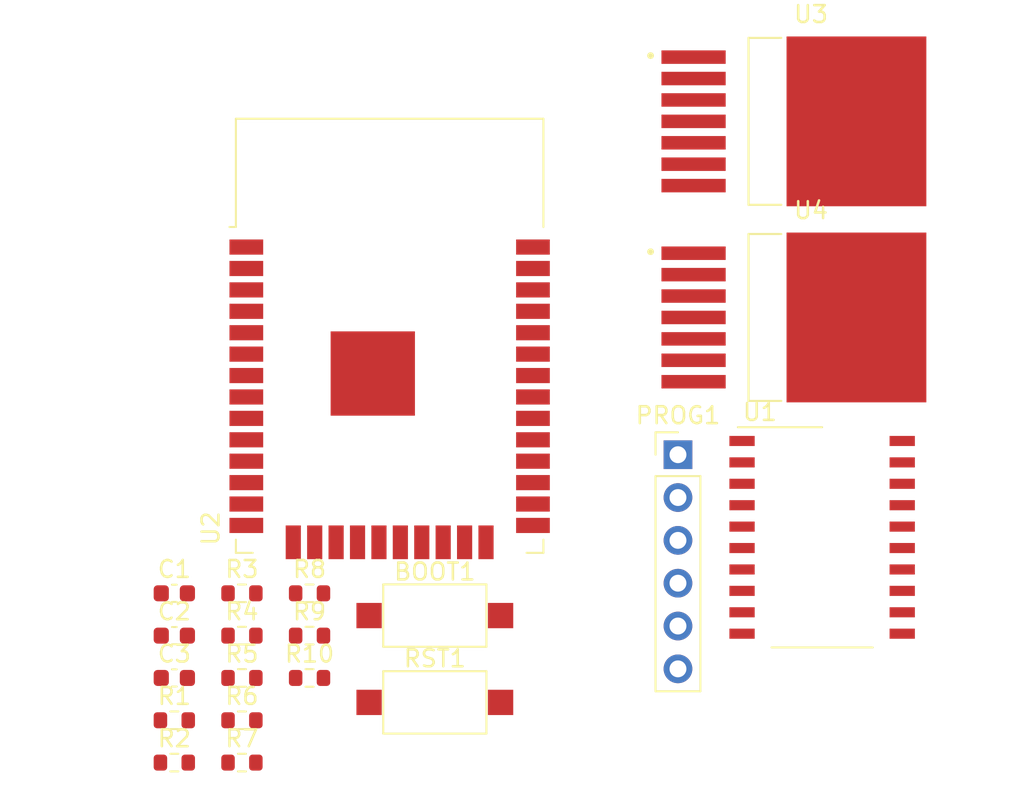
<source format=kicad_pcb>
(kicad_pcb (version 20221018) (generator pcbnew)
  (layers (0 "F.Cu" signal) (31 "B.Cu" signal) (34 "B.Paste" user) (35 "F.Paste" user) (36 "B.SilkS" user "B.Silkscreen") (37 "F.SilkS" user "F.Silkscreen") (38 "B.Mask" user) (39 "F.Mask" user) (44 "Edge.Cuts" user))
  (net 0 "")
  (net 1 "/GPIO0{slash}XTAL1{slash}CLKIN")
  (net 2 "GND")
  (net 3 "+3V3")
  (net 4 "/ESP_EN")
  (net 5 "/GPIO3{slash}U0RXD")
  (net 6 "/GPIO1{slash}U0TXD")
  (net 7 "/MOTOR_R_SR")
  (net 8 "/GPIO00{slash}MOTOR_R_IS")
  (net 9 "/GPIO00{slash}MOTOR_L_IS")
  (net 10 "/GPIO32{slash}MOTOR_R_PWM")
  (net 11 "/GPIO26{slash}MOTOR_R_EN")
  (net 12 "/GPIO33{slash}MOTOR_L_PWM")
  (net 13 "/GPIO27{slash}MOTOR_L_EN")
  (net 14 "/MOTOR_L_PWM")
  (net 15 "/MOTOR_L_EN")
  (net 16 "/MOTOR_R_EN")
  (net 17 "/MOTOR_R_PWM")
  (net 18 "/GPI36{slash}BUT2")
  (net 19 "/GPI39{slash}BUT1")
  (net 21 "/GPI35{slash}EMG1")
  (net 32 "/GPIO2{slash}HS2_DATA0")
  (net 33 "/GPIO4{slash}U1TXD")
  (net 37 "/GPIO18{slash}PROXM_02")
  (net 38 "/GPIO19{slash}PROXM_01")
  (net 40 "/GPIO21{slash}I2C_SDA")
  (net 41 "/GPIO22{slash}I2C_SCL")
  (net 42 "/MOTOR_R")
  (net 43 "+12V")
  (net 44 "/MOTOR_L")
  (footprint "shubot_lib:DPAK127P1490X440-8N" (layer "F.Cu") (at 82.575 96.245)
    (fp_text reference "U4" (at 1.016 -6.35) (layer "F.SilkS"))
    (fp_text value "BTS7960B")
    (fp_line (start -2.69 -4.95) (end -2.69 4.95) (stroke (width 0.127)) (layer "F.SilkS"))
    (fp_line (start -2.69 4.95) (end -0.749 4.95) (stroke (width 0.127)) (layer "F.SilkS"))
    (fp_line (start -0.749 -4.95) (end -2.69 -4.95) (stroke (width 0.127)) (layer "F.SilkS"))
    (fp_circle (center -8.5 -3.9) (end -8.4 -3.9) (stroke (width 0.2)) (fill none) (layer "F.SilkS"))
    (pad "1" smd rect (at -5.95 -3.81) (size 3.81 0.8) (layers "F.Cu" "F.Paste" "F.Mask") (net 2 "GND"))
    (pad "2" smd rect (at -5.95 -2.54) (size 3.81 0.8) (layers "F.Cu" "F.Paste" "F.Mask") (net 15 "/MOTOR_L_EN"))
    (pad "3" smd rect (at -5.95 -1.27) (size 3.81 0.8) (layers "F.Cu" "F.Paste" "F.Mask") (net 14 "/MOTOR_L_PWM"))
    (pad "4" smd rect (at -5.95 0) (size 3.81 0.8) (layers "F.Cu" "F.Paste" "F.Mask") (net 44 "/MOTOR_L"))
    (pad "5" smd rect (at -5.95 1.27) (size 3.81 0.8) (layers "F.Cu" "F.Paste" "F.Mask") (net 9 "/GPIO00{slash}MOTOR_L_IS"))
    (pad "6" smd rect (at -5.95 2.54) (size 3.81 0.8) (layers "F.Cu" "F.Paste" "F.Mask") (net 9 "/GPIO00{slash}MOTOR_L_IS"))
    (pad "7" smd rect (at -5.95 3.81) (size 3.81 0.8) (layers "F.Cu" "F.Paste" "F.Mask") (net 43 "+12V"))
    (pad "8" smd rect (at 3.71 0 270) (size 10.07 8.29) (layers "F.Cu" "F.Mask") (net 44 "/MOTOR_L"))
  )
  (footprint "RF_Module:ESP32-WROOM-32" (layer "F.Cu") (at 58.6 100.325)
    (fp_text reference "U2" (at -10.61 8.43 90) (layer "F.SilkS"))
    (fp_text value "ESP-WROOM-32")
    (fp_line (start -9.12 -15.865) (end -9.12 -9.445) (stroke (width 0.12)) (layer "F.SilkS"))
    (fp_line (start -9.12 -15.865) (end 9.12 -15.865) (stroke (width 0.12)) (layer "F.SilkS"))
    (fp_line (start -9.12 -9.445) (end -9.5 -9.445) (stroke (width 0.12)) (layer "F.SilkS"))
    (fp_line (start -9.12 9.1) (end -9.12 9.88) (stroke (width 0.12)) (layer "F.SilkS"))
    (fp_line (start -9.12 9.88) (end -8.12 9.88) (stroke (width 0.12)) (layer "F.SilkS"))
    (fp_line (start 9.12 -15.865) (end 9.12 -9.445) (stroke (width 0.12)) (layer "F.SilkS"))
    (fp_line (start 9.12 9.1) (end 9.12 9.88) (stroke (width 0.12)) (layer "F.SilkS"))
    (fp_line (start 9.12 9.88) (end 8.12 9.88) (stroke (width 0.12)) (layer "F.SilkS"))
    (pad "1" smd rect (at -8.5 -8.255) (size 2 0.9) (layers "F.Cu" "F.Paste" "F.Mask") (net 2 "GND"))
    (pad "2" smd rect (at -8.5 -6.985) (size 2 0.9) (layers "F.Cu" "F.Paste" "F.Mask") (net 3 "+3V3"))
    (pad "3" smd rect (at -8.5 -5.715) (size 2 0.9) (layers "F.Cu" "F.Paste" "F.Mask") (net 4 "/ESP_EN"))
    (pad "4" smd rect (at -8.5 -4.445) (size 2 0.9) (layers "F.Cu" "F.Paste" "F.Mask") (net 18 "/GPI36{slash}BUT2"))
    (pad "5" smd rect (at -8.5 -3.175) (size 2 0.9) (layers "F.Cu" "F.Paste" "F.Mask") (net 19 "/GPI39{slash}BUT1"))
    (pad "6" smd rect (at -8.5 -1.905) (size 2 0.9) (layers "F.Cu" "F.Paste" "F.Mask"))
    (pad "7" smd rect (at -8.5 -0.635) (size 2 0.9) (layers "F.Cu" "F.Paste" "F.Mask") (net 21 "/GPI35{slash}EMG1"))
    (pad "8" smd rect (at -8.5 0.635) (size 2 0.9) (layers "F.Cu" "F.Paste" "F.Mask") (net 10 "/GPIO32{slash}MOTOR_R_PWM"))
    (pad "9" smd rect (at -8.5 1.905) (size 2 0.9) (layers "F.Cu" "F.Paste" "F.Mask") (net 12 "/GPIO33{slash}MOTOR_L_PWM"))
    (pad "10" smd rect (at -8.5 3.175) (size 2 0.9) (layers "F.Cu" "F.Paste" "F.Mask") (net 8 "/GPIO00{slash}MOTOR_R_IS"))
    (pad "11" smd rect (at -8.5 4.445) (size 2 0.9) (layers "F.Cu" "F.Paste" "F.Mask") (net 11 "/GPIO26{slash}MOTOR_R_EN"))
    (pad "12" smd rect (at -8.5 5.715) (size 2 0.9) (layers "F.Cu" "F.Paste" "F.Mask") (net 13 "/GPIO27{slash}MOTOR_L_EN"))
    (pad "13" smd rect (at -8.5 6.985) (size 2 0.9) (layers "F.Cu" "F.Paste" "F.Mask"))
    (pad "14" smd rect (at -8.5 8.255) (size 2 0.9) (layers "F.Cu" "F.Paste" "F.Mask"))
    (pad "15" smd rect (at -5.715 9.255 90) (size 2 0.9) (layers "F.Cu" "F.Paste" "F.Mask") (net 2 "GND"))
    (pad "16" smd rect (at -4.445 9.255 90) (size 2 0.9) (layers "F.Cu" "F.Paste" "F.Mask"))
    (pad "17" smd rect (at -3.175 9.255 90) (size 2 0.9) (layers "F.Cu" "F.Paste" "F.Mask"))
    (pad "18" smd rect (at -1.905 9.255 90) (size 2 0.9) (layers "F.Cu" "F.Paste" "F.Mask"))
    (pad "19" smd rect (at -0.635 9.255 90) (size 2 0.9) (layers "F.Cu" "F.Paste" "F.Mask"))
    (pad "20" smd rect (at 0.635 9.255 90) (size 2 0.9) (layers "F.Cu" "F.Paste" "F.Mask"))
    (pad "21" smd rect (at 1.905 9.255 90) (size 2 0.9) (layers "F.Cu" "F.Paste" "F.Mask"))
    (pad "22" smd rect (at 3.175 9.255 90) (size 2 0.9) (layers "F.Cu" "F.Paste" "F.Mask"))
    (pad "23" smd rect (at 4.445 9.255 90) (size 2 0.9) (layers "F.Cu" "F.Paste" "F.Mask"))
    (pad "24" smd rect (at 5.715 9.255 90) (size 2 0.9) (layers "F.Cu" "F.Paste" "F.Mask") (net 32 "/GPIO2{slash}HS2_DATA0"))
    (pad "25" smd rect (at 8.5 8.255) (size 2 0.9) (layers "F.Cu" "F.Paste" "F.Mask") (net 1 "/GPIO0{slash}XTAL1{slash}CLKIN"))
    (pad "26" smd rect (at 8.5 6.985) (size 2 0.9) (layers "F.Cu" "F.Paste" "F.Mask") (net 33 "/GPIO4{slash}U1TXD"))
    (pad "27" smd rect (at 8.5 5.715) (size 2 0.9) (layers "F.Cu" "F.Paste" "F.Mask"))
    (pad "28" smd rect (at 8.5 4.445) (size 2 0.9) (layers "F.Cu" "F.Paste" "F.Mask"))
    (pad "29" smd rect (at 8.5 3.175) (size 2 0.9) (layers "F.Cu" "F.Paste" "F.Mask"))
    (pad "30" smd rect (at 8.5 1.905) (size 2 0.9) (layers "F.Cu" "F.Paste" "F.Mask") (net 37 "/GPIO18{slash}PROXM_02"))
    (pad "31" smd rect (at 8.5 0.635) (size 2 0.9) (layers "F.Cu" "F.Paste" "F.Mask") (net 38 "/GPIO19{slash}PROXM_01"))
    (pad "32" smd rect (at 8.5 -0.635) (size 2 0.9) (layers "F.Cu" "F.Paste" "F.Mask"))
    (pad "33" smd rect (at 8.5 -1.905) (size 2 0.9) (layers "F.Cu" "F.Paste" "F.Mask") (net 40 "/GPIO21{slash}I2C_SDA"))
    (pad "34" smd rect (at 8.5 -3.175) (size 2 0.9) (layers "F.Cu" "F.Paste" "F.Mask") (net 5 "/GPIO3{slash}U0RXD"))
    (pad "35" smd rect (at 8.5 -4.445) (size 2 0.9) (layers "F.Cu" "F.Paste" "F.Mask") (net 6 "/GPIO1{slash}U0TXD"))
    (pad "36" smd rect (at 8.5 -5.715) (size 2 0.9) (layers "F.Cu" "F.Paste" "F.Mask") (net 41 "/GPIO22{slash}I2C_SCL"))
    (pad "37" smd rect (at 8.5 -6.985) (size 2 0.9) (layers "F.Cu" "F.Paste" "F.Mask") (net 9 "/GPIO00{slash}MOTOR_L_IS"))
    (pad "38" smd rect (at 8.5 -8.255) (size 2 0.9) (layers "F.Cu" "F.Paste" "F.Mask") (net 2 "GND"))
    (pad "39" smd rect (at -1 -0.755) (size 5 5) (layers "F.Cu" "F.Paste" "F.Mask") (net 2 "GND"))
  )
  (footprint "Resistor_SMD:R_0603_1608Metric" (layer "F.Cu") (at 45.83 122.645)
    (fp_text reference "R2" (at 0 -1.43) (layer "F.SilkS"))
    (fp_text value "1k/R0603")
    (fp_line (start -0.237258 -0.5225) (end 0.237258 -0.5225) (stroke (width 0.12)) (layer "F.SilkS"))
    (fp_line (start -0.237258 0.5225) (end 0.237258 0.5225) (stroke (width 0.12)) (layer "F.SilkS"))
    (pad "1" smd roundrect (at -0.825 0) (size 0.8 0.95) (layers "F.Cu" "F.Paste" "F.Mask") (net 8 "/GPIO00{slash}MOTOR_R_IS"))
    (pad "2" smd roundrect (at 0.825 0) (size 0.8 0.95) (layers "F.Cu" "F.Paste" "F.Mask") (net 2 "GND"))
  )
  (footprint "Capacitor_SMD:C_0603_1608Metric" (layer "F.Cu") (at 45.83 112.605)
    (fp_text reference "C1" (at 0 -1.43) (layer "F.SilkS"))
    (fp_text value "10uF/C0603")
    (fp_line (start -0.14058 -0.51) (end 0.14058 -0.51) (stroke (width 0.12)) (layer "F.SilkS"))
    (fp_line (start -0.14058 0.51) (end 0.14058 0.51) (stroke (width 0.12)) (layer "F.SilkS"))
    (pad "1" smd roundrect (at -0.775 0) (size 0.9 0.95) (layers "F.Cu" "F.Paste" "F.Mask") (net 3 "+3V3"))
    (pad "2" smd roundrect (at 0.775 0) (size 0.9 0.95) (layers "F.Cu" "F.Paste" "F.Mask") (net 2 "GND"))
  )
  (footprint "Resistor_SMD:R_0603_1608Metric" (layer "F.Cu") (at 49.84 115.115)
    (fp_text reference "R4" (at 0 -1.43) (layer "F.SilkS"))
    (fp_text value "1k/R0603")
    (fp_line (start -0.237258 -0.5225) (end 0.237258 -0.5225) (stroke (width 0.12)) (layer "F.SilkS"))
    (fp_line (start -0.237258 0.5225) (end 0.237258 0.5225) (stroke (width 0.12)) (layer "F.SilkS"))
    (pad "1" smd roundrect (at -0.825 0) (size 0.8 0.95) (layers "F.Cu" "F.Paste" "F.Mask") (net 9 "/GPIO00{slash}MOTOR_L_IS"))
    (pad "2" smd roundrect (at 0.825 0) (size 0.8 0.95) (layers "F.Cu" "F.Paste" "F.Mask") (net 2 "GND"))
  )
  (footprint "Button_Switch_SMD:SW_SPST_CK_RS282G05A3" (layer "F.Cu") (at 61.28 113.925)
    (fp_text reference "BOOT1" (at 0 -2.6) (layer "F.SilkS"))
    (fp_text value "TS-1101-C-W")
    (fp_line (start -3.06 -1.85) (end 3.06 -1.85) (stroke (width 0.12)) (layer "F.SilkS"))
    (fp_line (start -3.06 1.85) (end -3.06 -1.85) (stroke (width 0.12)) (layer "F.SilkS"))
    (fp_line (start 3.06 -1.85) (end 3.06 1.85) (stroke (width 0.12)) (layer "F.SilkS"))
    (fp_line (start 3.06 1.85) (end -3.06 1.85) (stroke (width 0.12)) (layer "F.SilkS"))
    (pad "1" smd rect (at -3.9 0) (size 1.5 1.5) (layers "F.Cu" "F.Paste" "F.Mask") (net 1 "/GPIO0{slash}XTAL1{slash}CLKIN"))
    (pad "2" smd rect (at 3.9 0) (size 1.5 1.5) (layers "F.Cu" "F.Paste" "F.Mask") (net 2 "GND"))
  )
  (footprint "Capacitor_SMD:C_0603_1608Metric" (layer "F.Cu") (at 45.83 115.115)
    (fp_text reference "C2" (at 0 -1.43) (layer "F.SilkS"))
    (fp_text value "1uF/10V/10%/X5R/C0603")
    (fp_line (start -0.14058 -0.51) (end 0.14058 -0.51) (stroke (width 0.12)) (layer "F.SilkS"))
    (fp_line (start -0.14058 0.51) (end 0.14058 0.51) (stroke (width 0.12)) (layer "F.SilkS"))
    (pad "1" smd roundrect (at -0.775 0) (size 0.9 0.95) (layers "F.Cu" "F.Paste" "F.Mask") (net 2 "GND"))
    (pad "2" smd roundrect (at 0.775 0) (size 0.9 0.95) (layers "F.Cu" "F.Paste" "F.Mask") (net 4 "/ESP_EN"))
  )
  (footprint "Connector_PinHeader_2.54mm:PinHeader_1x06_P2.54mm_Vertical" (layer "F.Cu") (at 75.7 104.385)
    (fp_text reference "PROG1" (at 0 -2.33) (layer "F.SilkS"))
    (fp_text value "Conn_01x06")
    (fp_line (start -1.33 -1.33) (end 0 -1.33) (stroke (width 0.12)) (layer "F.SilkS"))
    (fp_line (start -1.33 0) (end -1.33 -1.33) (stroke (width 0.12)) (layer "F.SilkS"))
    (fp_line (start -1.33 1.27) (end -1.33 14.03) (stroke (width 0.12)) (layer "F.SilkS"))
    (fp_line (start -1.33 1.27) (end 1.33 1.27) (stroke (width 0.12)) (layer "F.SilkS"))
    (fp_line (start -1.33 14.03) (end 1.33 14.03) (stroke (width 0.12)) (layer "F.SilkS"))
    (fp_line (start 1.33 1.27) (end 1.33 14.03) (stroke (width 0.12)) (layer "F.SilkS"))
    (pad "1" thru_hole rect (at 0 0) (size 1.7 1.7) (drill 1) (layers "*.Cu" "*.Mask") (net 3 "+3V3"))
    (pad "2" thru_hole oval (at 0 2.54) (size 1.7 1.7) (drill 1) (layers "*.Cu" "*.Mask") (net 2 "GND"))
    (pad "3" thru_hole oval (at 0 5.08) (size 1.7 1.7) (drill 1) (layers "*.Cu" "*.Mask") (net 5 "/GPIO3{slash}U0RXD"))
    (pad "4" thru_hole oval (at 0 7.62) (size 1.7 1.7) (drill 1) (layers "*.Cu" "*.Mask") (net 6 "/GPIO1{slash}U0TXD"))
    (pad "5" thru_hole oval (at 0 10.16) (size 1.7 1.7) (drill 1) (layers "*.Cu" "*.Mask") (net 1 "/GPIO0{slash}XTAL1{slash}CLKIN"))
    (pad "6" thru_hole oval (at 0 12.7) (size 1.7 1.7) (drill 1) (layers "*.Cu" "*.Mask") (net 4 "/ESP_EN"))
  )
  (footprint "Capacitor_SMD:C_0603_1608Metric" (layer "F.Cu") (at 45.83 117.625)
    (fp_text reference "C3" (at 0 -1.43) (layer "F.SilkS"))
    (fp_text value "100nF/50V/C0603")
    (fp_line (start -0.14058 -0.51) (end 0.14058 -0.51) (stroke (width 0.12)) (layer "F.SilkS"))
    (fp_line (start -0.14058 0.51) (end 0.14058 0.51) (stroke (width 0.12)) (layer "F.SilkS"))
    (pad "1" smd roundrect (at -0.775 0) (size 0.9 0.95) (layers "F.Cu" "F.Paste" "F.Mask") (net 3 "+3V3"))
    (pad "2" smd roundrect (at 0.775 0) (size 0.9 0.95) (layers "F.Cu" "F.Paste" "F.Mask") (net 2 "GND"))
  )
  (footprint "Resistor_SMD:R_0603_1608Metric" (layer "F.Cu") (at 53.85 115.115)
    (fp_text reference "R9" (at 0 -1.43) (layer "F.SilkS"))
    (fp_text value "1k/R0603")
    (fp_line (start -0.237258 -0.5225) (end 0.237258 -0.5225) (stroke (width 0.12)) (layer "F.SilkS"))
    (fp_line (start -0.237258 0.5225) (end 0.237258 0.5225) (stroke (width 0.12)) (layer "F.SilkS"))
    (pad "1" smd roundrect (at -0.825 0) (size 0.8 0.95) (layers "F.Cu" "F.Paste" "F.Mask") (net 13 "/GPIO27{slash}MOTOR_L_EN"))
    (pad "2" smd roundrect (at 0.825 0) (size 0.8 0.95) (layers "F.Cu" "F.Paste" "F.Mask") (net 2 "GND"))
  )
  (footprint "shubot_lib:DPAK127P1490X440-8N" (layer "F.Cu") (at 82.575 84.615)
    (fp_text reference "U3" (at 1.016 -6.35) (layer "F.SilkS"))
    (fp_text value "BTS7960B")
    (fp_line (start -2.69 -4.95) (end -2.69 4.95) (stroke (width 0.127)) (layer "F.SilkS"))
    (fp_line (start -2.69 4.95) (end -0.749 4.95) (stroke (width 0.127)) (layer "F.SilkS"))
    (fp_line (start -0.749 -4.95) (end -2.69 -4.95) (stroke (width 0.127)) (layer "F.SilkS"))
    (fp_circle (center -8.5 -3.9) (end -8.4 -3.9) (stroke (width 0.2)) (fill none) (layer "F.SilkS"))
    (pad "1" smd rect (at -5.95 -3.81) (size 3.81 0.8) (layers "F.Cu" "F.Paste" "F.Mask") (net 2 "GND"))
    (pad "2" smd rect (at -5.95 -2.54) (size 3.81 0.8) (layers "F.Cu" "F.Paste" "F.Mask") (net 16 "/MOTOR_R_EN"))
    (pad "3" smd rect (at -5.95 -1.27) (size 3.81 0.8) (layers "F.Cu" "F.Paste" "F.Mask") (net 17 "/MOTOR_R_PWM"))
    (pad "4" smd rect (at -5.95 0) (size 3.81 0.8) (layers "F.Cu" "F.Paste" "F.Mask") (net 42 "/MOTOR_R"))
    (pad "5" smd rect (at -5.95 1.27) (size 3.81 0.8) (layers "F.Cu" "F.Paste" "F.Mask") (net 7 "/MOTOR_R_SR"))
    (pad "6" smd rect (at -5.95 2.54) (size 3.81 0.8) (layers "F.Cu" "F.Paste" "F.Mask") (net 8 "/GPIO00{slash}MOTOR_R_IS"))
    (pad "7" smd rect (at -5.95 3.81) (size 3.81 0.8) (layers "F.Cu" "F.Paste" "F.Mask") (net 43 "+12V"))
    (pad "8" smd rect (at 3.71 0 270) (size 10.07 8.29) (layers "F.Cu" "F.Mask") (net 42 "/MOTOR_R"))
  )
  (footprint "Button_Switch_SMD:SW_SPST_CK_RS282G05A3" (layer "F.Cu") (at 61.28 119.075)
    (fp_text reference "RST1" (at 0 -2.6) (layer "F.SilkS"))
    (fp_text value "TS-1101-C-W")
    (fp_line (start -3.06 -1.85) (end 3.06 -1.85) (stroke (width 0.12)) (layer "F.SilkS"))
    (fp_line (start -3.06 1.85) (end -3.06 -1.85) (stroke (width 0.12)) (layer "F.SilkS"))
    (fp_line (start 3.06 -1.85) (end 3.06 1.85) (stroke (width 0.12)) (layer "F.SilkS"))
    (fp_line (start 3.06 1.85) (end -3.06 1.85) (stroke (width 0.12)) (layer "F.SilkS"))
    (pad "1" smd rect (at -3.9 0) (size 1.5 1.5) (layers "F.Cu" "F.Paste" "F.Mask") (net 4 "/ESP_EN"))
    (pad "2" smd rect (at 3.9 0) (size 1.5 1.5) (layers "F.Cu" "F.Paste" "F.Mask") (net 2 "GND"))
  )
  (footprint "Resistor_SMD:R_0603_1608Metric" (layer "F.Cu") (at 49.84 122.645)
    (fp_text reference "R7" (at 0 -1.43) (layer "F.SilkS"))
    (fp_text value "1k/R0603")
    (fp_line (start -0.237258 -0.5225) (end 0.237258 -0.5225) (stroke (width 0.12)) (layer "F.SilkS"))
    (fp_line (start -0.237258 0.5225) (end 0.237258 0.5225) (stroke (width 0.12)) (layer "F.SilkS"))
    (pad "1" smd roundrect (at -0.825 0) (size 0.8 0.95) (layers "F.Cu" "F.Paste" "F.Mask") (net 11 "/GPIO26{slash}MOTOR_R_EN"))
    (pad "2" smd roundrect (at 0.825 0) (size 0.8 0.95) (layers "F.Cu" "F.Paste" "F.Mask") (net 2 "GND"))
  )
  (footprint "Package_SO:SO-20_12.8x7.5mm_P1.27mm" (layer "F.Cu") (at 84.25 109.285)
    (fp_text reference "U1" (at -3.69 -7.42) (layer "F.SilkS"))
    (fp_text value "74AHC244")
    (fp_line (start -5 -6.53) (end 0 -6.53) (stroke (width 0.12)) (layer "F.SilkS"))
    (fp_line (start -3 6.53) (end 3 6.53) (stroke (width 0.12)) (layer "F.SilkS"))
    (pad "1" smd rect (at -4.75 -5.715) (size 1.5 0.6) (layers "F.Cu" "F.Paste" "F.Mask") (net 2 "GND"))
    (pad "2" smd rect (at -4.75 -4.445) (size 1.5 0.6) (layers "F.Cu" "F.Paste" "F.Mask") (net 10 "/GPIO32{slash}MOTOR_R_PWM"))
    (pad "3" smd rect (at -4.75 -3.175) (size 1.5 0.6) (layers "F.Cu" "F.Paste" "F.Mask") (net 14 "/MOTOR_L_PWM"))
    (pad "4" smd rect (at -4.75 -1.905) (size 1.5 0.6) (layers "F.Cu" "F.Paste" "F.Mask") (net 11 "/GPIO26{slash}MOTOR_R_EN"))
    (pad "5" smd rect (at -4.75 -0.635) (size 1.5 0.6) (layers "F.Cu" "F.Paste" "F.Mask") (net 15 "/MOTOR_L_EN"))
    (pad "6" smd rect (at -4.75 0.635) (size 1.5 0.6) (layers "F.Cu" "F.Paste" "F.Mask") (net 2 "GND"))
    (pad "7" smd rect (at -4.75 1.905) (size 1.5 0.6) (layers "F.Cu" "F.Paste" "F.Mask") (net 2 "GND"))
    (pad "8" smd rect (at -4.75 3.175) (size 1.5 0.6) (layers "F.Cu" "F.Paste" "F.Mask") (net 2 "GND"))
    (pad "9" smd rect (at -4.75 4.445) (size 1.5 0.6) (layers "F.Cu" "F.Paste" "F.Mask") (net 2 "GND"))
    (pad "10" smd rect (at -4.75 5.715) (size 1.5 0.6) (layers "F.Cu" "F.Paste" "F.Mask") (net 2 "GND"))
    (pad "11" smd rect (at 4.75 5.715) (size 1.5 0.6) (layers "F.Cu" "F.Paste" "F.Mask") (net 2 "GND"))
    (pad "12" smd rect (at 4.75 4.445) (size 1.5 0.6) (layers "F.Cu" "F.Paste" "F.Mask") (net 2 "GND"))
    (pad "13" smd rect (at 4.75 3.175) (size 1.5 0.6) (layers "F.Cu" "F.Paste" "F.Mask") (net 2 "GND"))
    (pad "14" smd rect (at 4.75 1.905) (size 1.5 0.6) (layers "F.Cu" "F.Paste" "F.Mask") (net 2 "GND"))
    (pad "15" smd rect (at 4.75 0.635) (size 1.5 0.6) (layers "F.Cu" "F.Paste" "F.Mask") (net 13 "/GPIO27{slash}MOTOR_L_EN"))
    (pad "16" smd rect (at 4.75 -0.635) (size 1.5 0.6) (layers "F.Cu" "F.Paste" "F.Mask") (net 16 "/MOTOR_R_EN"))
    (pad "17" smd rect (at 4.75 -1.905) (size 1.5 0.6) (layers "F.Cu" "F.Paste" "F.Mask") (net 12 "/GPIO33{slash}MOTOR_L_PWM"))
    (pad "18" smd rect (at 4.75 -3.175) (size 1.5 0.6) (layers "F.Cu" "F.Paste" "F.Mask") (net 17 "/MOTOR_R_PWM"))
    (pad "19" smd rect (at 4.75 -4.445) (size 1.5 0.6) (layers "F.Cu" "F.Paste" "F.Mask") (net 2 "GND"))
    (pad "20" smd rect (at 4.75 -5.715) (size 1.5 0.6) (layers "F.Cu" "F.Paste" "F.Mask") (net 3 "+3V3"))
  )
  (footprint "Resistor_SMD:R_0603_1608Metric" (layer "F.Cu") (at 49.84 120.135)
    (fp_text reference "R6" (at 0 -1.43) (layer "F.SilkS"))
    (fp_text value "1k/R0603")
    (fp_line (start -0.237258 -0.5225) (end 0.237258 -0.5225) (stroke (width 0.12)) (layer "F.SilkS"))
    (fp_line (start -0.237258 0.5225) (end 0.237258 0.5225) (stroke (width 0.12)) (layer "F.SilkS"))
    (pad "1" smd roundrect (at -0.825 0) (size 0.8 0.95) (layers "F.Cu" "F.Paste" "F.Mask") (net 10 "/GPIO32{slash}MOTOR_R_PWM"))
    (pad "2" smd roundrect (at 0.825 0) (size 0.8 0.95) (layers "F.Cu" "F.Paste" "F.Mask") (net 2 "GND"))
  )
  (footprint "Resistor_SMD:R_0603_1608Metric" (layer "F.Cu") (at 53.85 117.625)
    (fp_text reference "R10" (at 0 -1.43) (layer "F.SilkS"))
    (fp_text value "NA/R0603")
    (fp_line (start -0.237258 -0.5225) (end 0.237258 -0.5225) (stroke (width 0.12)) (layer "F.SilkS"))
    (fp_line (start -0.237258 0.5225) (end 0.237258 0.5225) (stroke (width 0.12)) (layer "F.SilkS"))
    (pad "1" smd roundrect (at -0.825 0) (size 0.8 0.95) (layers "F.Cu" "F.Paste" "F.Mask") (net 1 "/GPIO0{slash}XTAL1{slash}CLKIN"))
    (pad "2" smd roundrect (at 0.825 0) (size 0.8 0.95) (layers "F.Cu" "F.Paste" "F.Mask") (net 3 "+3V3"))
  )
  (footprint "Resistor_SMD:R_0603_1608Metric" (layer "F.Cu") (at 49.84 117.625)
    (fp_text reference "R5" (at 0 -1.43) (layer "F.SilkS"))
    (fp_text value "1k/R0603")
    (fp_line (start -0.237258 -0.5225) (end 0.237258 -0.5225) (stroke (width 0.12)) (layer "F.SilkS"))
    (fp_line (start -0.237258 0.5225) (end 0.237258 0.5225) (stroke (width 0.12)) (layer "F.SilkS"))
    (pad "1" smd roundrect (at -0.825 0) (size 0.8 0.95) (layers "F.Cu" "F.Paste" "F.Mask") (net 9 "/GPIO00{slash}MOTOR_L_IS"))
    (pad "2" smd roundrect (at 0.825 0) (size 0.8 0.95) (layers "F.Cu" "F.Paste" "F.Mask") (net 2 "GND"))
  )
  (footprint "Resistor_SMD:R_0603_1608Metric" (layer "F.Cu") (at 49.84 112.605)
    (fp_text reference "R3" (at 0 -1.43) (layer "F.SilkS"))
    (fp_text value "10k/R0603")
    (fp_line (start -0.237258 -0.5225) (end 0.237258 -0.5225) (stroke (width 0.12)) (layer "F.SilkS"))
    (fp_line (start -0.237258 0.5225) (end 0.237258 0.5225) (stroke (width 0.12)) (layer "F.SilkS"))
    (pad "1" smd roundrect (at -0.825 0) (size 0.8 0.95) (layers "F.Cu" "F.Paste" "F.Mask") (net 3 "+3V3"))
    (pad "2" smd roundrect (at 0.825 0) (size 0.8 0.95) (layers "F.Cu" "F.Paste" "F.Mask") (net 4 "/ESP_EN"))
  )
  (footprint "Resistor_SMD:R_0603_1608Metric" (layer "F.Cu") (at 45.83 120.135)
    (fp_text reference "R1" (at 0 -1.43) (layer "F.SilkS"))
    (fp_text value "1k/R0603")
    (fp_line (start -0.237258 -0.5225) (end 0.237258 -0.5225) (stroke (width 0.12)) (layer "F.SilkS"))
    (fp_line (start -0.237258 0.5225) (end 0.237258 0.5225) (stroke (width 0.12)) (layer "F.SilkS"))
    (pad "1" smd roundrect (at -0.825 0) (size 0.8 0.95) (layers "F.Cu" "F.Paste" "F.Mask") (net 7 "/MOTOR_R_SR"))
    (pad "2" smd roundrect (at 0.825 0) (size 0.8 0.95) (layers "F.Cu" "F.Paste" "F.Mask") (net 2 "GND"))
  )
  (footprint "Resistor_SMD:R_0603_1608Metric" (layer "F.Cu") (at 53.85 112.605)
    (fp_text reference "R8" (at 0 -1.43) (layer "F.SilkS"))
    (fp_text value "1k/R0603")
    (fp_line (start -0.237258 -0.5225) (end 0.237258 -0.5225) (stroke (width 0.12)) (layer "F.SilkS"))
    (fp_line (start -0.237258 0.5225) (end 0.237258 0.5225) (stroke (width 0.12)) (layer "F.SilkS"))
    (pad "1" smd roundrect (at -0.825 0) (size 0.8 0.95) (layers "F.Cu" "F.Paste" "F.Mask") (net 12 "/GPIO33{slash}MOTOR_L_PWM"))
    (pad "2" smd roundrect (at 0.825 0) (size 0.8 0.95) (layers "F.Cu" "F.Paste" "F.Mask") (net 2 "GND"))
  )
)
</source>
